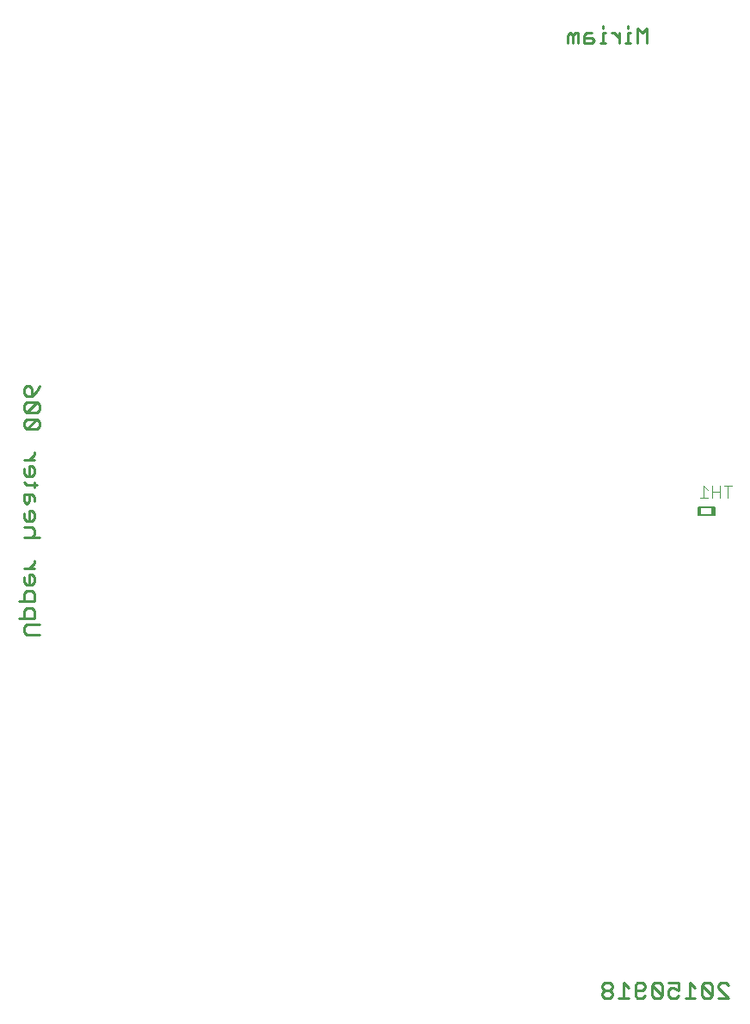
<source format=gbo>
G75*
%MOIN*%
%OFA0B0*%
%FSLAX25Y25*%
%IPPOS*%
%LPD*%
%AMOC8*
5,1,8,0,0,1.08239X$1,22.5*
%
%ADD10C,0.01100*%
%ADD11C,0.00500*%
%ADD12C,0.00400*%
D10*
X0046155Y0180613D02*
X0045170Y0181597D01*
X0045170Y0183566D01*
X0046155Y0184550D01*
X0051076Y0184550D01*
X0049107Y0187058D02*
X0043202Y0187058D01*
X0045170Y0187058D02*
X0045170Y0190011D01*
X0046155Y0190995D01*
X0048123Y0190995D01*
X0049107Y0190011D01*
X0049107Y0187058D01*
X0049107Y0193504D02*
X0043202Y0193504D01*
X0045170Y0193504D02*
X0045170Y0196457D01*
X0046155Y0197441D01*
X0048123Y0197441D01*
X0049107Y0196457D01*
X0049107Y0193504D01*
X0048123Y0199949D02*
X0049107Y0200934D01*
X0049107Y0202902D01*
X0048123Y0203886D01*
X0047139Y0203886D01*
X0047139Y0199949D01*
X0046155Y0199949D02*
X0048123Y0199949D01*
X0046155Y0199949D02*
X0045170Y0200934D01*
X0045170Y0202902D01*
X0045170Y0206395D02*
X0049107Y0206395D01*
X0047139Y0206395D02*
X0049107Y0208363D01*
X0049107Y0209348D01*
X0048123Y0218212D02*
X0049107Y0219196D01*
X0049107Y0221164D01*
X0048123Y0222148D01*
X0045170Y0222148D01*
X0046155Y0224657D02*
X0048123Y0224657D01*
X0049107Y0225641D01*
X0049107Y0227610D01*
X0048123Y0228594D01*
X0047139Y0228594D01*
X0047139Y0224657D01*
X0046155Y0224657D02*
X0045170Y0225641D01*
X0045170Y0227610D01*
X0046155Y0231103D02*
X0047139Y0232087D01*
X0047139Y0235039D01*
X0048123Y0235039D02*
X0045170Y0235039D01*
X0045170Y0232087D01*
X0046155Y0231103D01*
X0049107Y0232087D02*
X0049107Y0234055D01*
X0048123Y0235039D01*
X0049107Y0237548D02*
X0049107Y0239517D01*
X0050091Y0238532D02*
X0046155Y0238532D01*
X0045170Y0239517D01*
X0046155Y0241845D02*
X0048123Y0241845D01*
X0049107Y0242829D01*
X0049107Y0244798D01*
X0048123Y0245782D01*
X0047139Y0245782D01*
X0047139Y0241845D01*
X0046155Y0241845D02*
X0045170Y0242829D01*
X0045170Y0244798D01*
X0045170Y0248291D02*
X0049107Y0248291D01*
X0049107Y0250259D02*
X0049107Y0251243D01*
X0049107Y0250259D02*
X0047139Y0248291D01*
X0046155Y0260107D02*
X0050091Y0264044D01*
X0046155Y0264044D01*
X0045170Y0263060D01*
X0045170Y0261092D01*
X0046155Y0260107D01*
X0050091Y0260107D01*
X0051076Y0261092D01*
X0051076Y0263060D01*
X0050091Y0264044D01*
X0050091Y0266553D02*
X0051076Y0267537D01*
X0051076Y0269505D01*
X0050091Y0270490D01*
X0046155Y0266553D01*
X0045170Y0267537D01*
X0045170Y0269505D01*
X0046155Y0270490D01*
X0050091Y0270490D01*
X0048123Y0272998D02*
X0048123Y0275951D01*
X0047139Y0276935D01*
X0046155Y0276935D01*
X0045170Y0275951D01*
X0045170Y0273983D01*
X0046155Y0272998D01*
X0048123Y0272998D01*
X0050091Y0274967D01*
X0051076Y0276935D01*
X0050091Y0266553D02*
X0046155Y0266553D01*
X0045170Y0218212D02*
X0051076Y0218212D01*
X0051076Y0180613D02*
X0046155Y0180613D01*
X0269015Y0044823D02*
X0269015Y0043839D01*
X0269999Y0042854D01*
X0271968Y0042854D01*
X0272952Y0043839D01*
X0272952Y0044823D01*
X0271968Y0045807D01*
X0269999Y0045807D01*
X0269015Y0044823D01*
X0269999Y0042854D02*
X0269015Y0041870D01*
X0269015Y0040886D01*
X0269999Y0039902D01*
X0271968Y0039902D01*
X0272952Y0040886D01*
X0272952Y0041870D01*
X0271968Y0042854D01*
X0275461Y0039902D02*
X0279397Y0039902D01*
X0277429Y0039902D02*
X0277429Y0045807D01*
X0279397Y0043839D01*
X0281906Y0044823D02*
X0282890Y0045807D01*
X0284859Y0045807D01*
X0285843Y0044823D01*
X0285843Y0043839D01*
X0284859Y0042854D01*
X0281906Y0042854D01*
X0281906Y0040886D02*
X0281906Y0044823D01*
X0281906Y0040886D02*
X0282890Y0039902D01*
X0284859Y0039902D01*
X0285843Y0040886D01*
X0288352Y0040886D02*
X0289336Y0039902D01*
X0291304Y0039902D01*
X0292288Y0040886D01*
X0288352Y0044823D01*
X0288352Y0040886D01*
X0292288Y0040886D02*
X0292288Y0044823D01*
X0291304Y0045807D01*
X0289336Y0045807D01*
X0288352Y0044823D01*
X0294797Y0045807D02*
X0298734Y0045807D01*
X0298734Y0042854D01*
X0296766Y0043839D01*
X0295781Y0043839D01*
X0294797Y0042854D01*
X0294797Y0040886D01*
X0295781Y0039902D01*
X0297750Y0039902D01*
X0298734Y0040886D01*
X0301243Y0039902D02*
X0305179Y0039902D01*
X0303211Y0039902D02*
X0303211Y0045807D01*
X0305179Y0043839D01*
X0307688Y0044823D02*
X0311625Y0040886D01*
X0310641Y0039902D01*
X0308672Y0039902D01*
X0307688Y0040886D01*
X0307688Y0044823D01*
X0308672Y0045807D01*
X0310641Y0045807D01*
X0311625Y0044823D01*
X0311625Y0040886D01*
X0314134Y0039902D02*
X0318070Y0039902D01*
X0314134Y0043839D01*
X0314134Y0044823D01*
X0315118Y0045807D01*
X0317086Y0045807D01*
X0318070Y0044823D01*
X0286560Y0409500D02*
X0286560Y0415405D01*
X0284592Y0413436D01*
X0282624Y0415405D01*
X0282624Y0409500D01*
X0280115Y0409500D02*
X0278147Y0409500D01*
X0279131Y0409500D02*
X0279131Y0413436D01*
X0280115Y0413436D01*
X0279131Y0415405D02*
X0279131Y0416389D01*
X0275818Y0413436D02*
X0275818Y0409500D01*
X0275818Y0411468D02*
X0273850Y0413436D01*
X0272865Y0413436D01*
X0270447Y0413436D02*
X0269463Y0413436D01*
X0269463Y0409500D01*
X0270447Y0409500D02*
X0268478Y0409500D01*
X0266150Y0410484D02*
X0265166Y0411468D01*
X0262213Y0411468D01*
X0262213Y0412452D02*
X0262213Y0409500D01*
X0265166Y0409500D01*
X0266150Y0410484D01*
X0265166Y0413436D02*
X0263197Y0413436D01*
X0262213Y0412452D01*
X0259704Y0413436D02*
X0258720Y0413436D01*
X0257736Y0412452D01*
X0256752Y0413436D01*
X0255768Y0412452D01*
X0255768Y0409500D01*
X0257736Y0409500D02*
X0257736Y0412452D01*
X0259704Y0413436D02*
X0259704Y0409500D01*
X0269463Y0415405D02*
X0269463Y0416389D01*
D11*
X0306349Y0230043D02*
X0306743Y0230043D01*
X0306743Y0227287D01*
X0307136Y0226894D02*
X0307136Y0230043D01*
X0306743Y0230043D01*
X0307136Y0230043D02*
X0311861Y0230043D01*
X0312254Y0230043D01*
X0312254Y0226894D01*
X0311861Y0226894D01*
X0311861Y0230043D01*
X0312254Y0230043D02*
X0312648Y0230043D01*
X0312648Y0226894D01*
X0312254Y0226894D01*
X0311861Y0226894D02*
X0307136Y0226894D01*
X0306349Y0226894D01*
X0306349Y0230043D01*
D12*
X0307021Y0233669D02*
X0310091Y0233669D01*
X0311625Y0233669D02*
X0311625Y0238272D01*
X0310091Y0236738D02*
X0308556Y0238272D01*
X0308556Y0233669D01*
X0311625Y0235970D02*
X0314695Y0235970D01*
X0314695Y0233669D02*
X0314695Y0238272D01*
X0316229Y0238272D02*
X0319298Y0238272D01*
X0317764Y0238272D02*
X0317764Y0233669D01*
M02*

</source>
